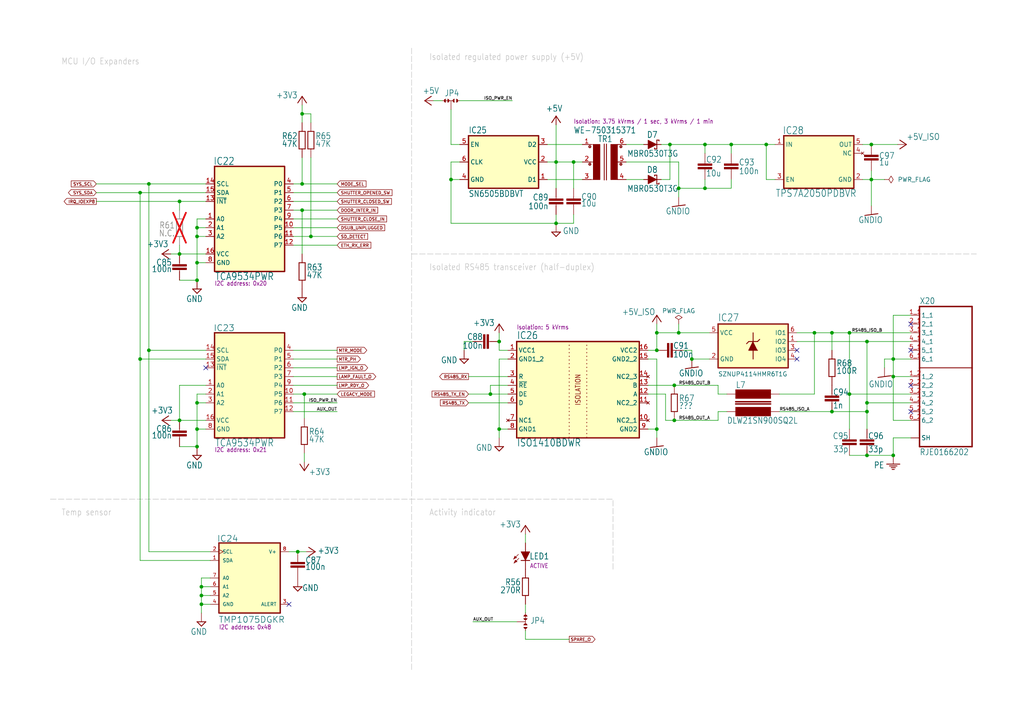
<source format=kicad_sch>
(kicad_sch (version 20230121) (generator eeschema)
  (paper "A4")
  (title_block (title "Envox Master MCU module") (date "2023-11-17") (rev "r2B6") (company "Envox International, Inc."))
  (lib_symbols
    (symbol "Library:C-EUC0402"
      (property "Reference" "C" (at 1.524 0.381 0))
      (symbol "C-EUC0402_1_0"
        (pin passive line (at 0 2.54 270) (length 2.54) (name "1") (number "1"))
        (pin passive line (at 0 -5.08 90) (length 2.54) (name "2") (number "2"))
      )
    )
    (symbol "Library:C-EUC0603"
      (property "Reference" "C" (at 1.524 0.381 0))
      (symbol "C-EUC0603_1_0"
        (pin passive line (at 0 2.54 270) (length 2.54) (name "1") (number "1"))
        (pin passive line (at 0 -5.08 90) (length 2.54) (name "2") (number "2"))
      )
    )
    (symbol "Library:C-EUC0805"
      (property "Reference" "C" (at 1.524 0.381 0))
      (symbol "C-EUC0805_1_0"
        (pin passive line (at 0 2.54 270) (length 2.54) (name "1") (number "1"))
        (pin passive line (at 0 -5.08 90) (length 2.54) (name "2") (number "2"))
      )
    )
    (symbol "Library:C-EUC1206"
      (property "Reference" "C" (at 1.524 0.381 0))
      (symbol "C-EUC1206_1_0"
        (pin passive line (at 0 2.54 270) (length 2.54) (name "1") (number "1"))
        (pin passive line (at 0 -5.08 90) (length 2.54) (name "2") (number "2"))
      )
    )
    (symbol "Library:DLW21SN900SQ2L"
      (property "Reference" "L" (at 2.54 1.6891 0))
      (symbol "DLW21SN900SQ2L_1_0"
        (pin passive line (at 0 0 0) (length 2.54) (name "1") (number "1"))
        (pin passive line (at 15.24 0 180) (length 2.54) (name "2") (number "2"))
        (pin passive line (at 15.24 -5.08 180) (length 2.54) (name "3") (number "3"))
        (pin passive line (at 0 -5.08 0) (length 2.54) (name "4") (number "4"))
      )
    )
    (symbol "Library:ISO1410BDWR"
      (property "Reference" "IC" (at -17.78 13.335 0))
      (symbol "ISO1410BDWR_1_0"
        (text "ISOLATION" (at 0 -1.27 900) (effects (font (size 1.4224 1.209))))
        (pin power_in line (at -20.32 10.16 0) (length 2.54) (name "VCC1") (number "1"))
        (pin no_connect line (at 20.32 -10.16 180) (length 2.54) (name "NC2_1") (number "10"))
        (pin no_connect line (at 20.32 -5.08 180) (length 2.54) (name "NC2_2") (number "11"))
        (pin bidirectional line (at 20.32 -2.54 180) (length 2.54) (name "A") (number "12"))
        (pin bidirectional line (at 20.32 0 180) (length 2.54) (name "B") (number "13"))
        (pin no_connect line (at 20.32 2.54 180) (length 2.54) (name "NC2_3") (number "14"))
        (pin passive line (at 20.32 7.62 180) (length 2.54) (name "GND2_2") (number "15"))
        (pin power_in line (at 20.32 10.16 180) (length 2.54) (name "VCC2") (number "16"))
        (pin passive line (at -20.32 7.62 0) (length 2.54) (name "GND1_2") (number "2"))
        (pin output line (at -20.32 2.54 0) (length 2.54) (name "R") (number "3"))
        (pin input line (at -20.32 0 0) (length 2.54) (name "~{RE}") (number "4"))
        (pin input line (at -20.32 -2.54 0) (length 2.54) (name "DE") (number "5"))
        (pin input line (at -20.32 -5.08 0) (length 2.54) (name "D") (number "6"))
        (pin no_connect line (at -20.32 -10.16 0) (length 2.54) (name "NC1") (number "7"))
        (pin passive line (at -20.32 -12.7 0) (length 2.54) (name "GND1") (number "8"))
        (pin passive line (at 20.32 -12.7 180) (length 2.54) (name "GND2") (number "9"))
      )
    )
    (symbol "Library:JP3-CUT-0805-ROTATED" (in_bom no)
      (property "Reference" "JP" (at -3.81 3.175 0))
      (symbol "JP3-CUT-0805-ROTATED_1_0"
        (pin passive line (at 2.54 0 180) (length 2.54) (name "COM") (number "COM"))
        (pin passive line (at 0 -2.54 180) (length 0) (name "NC") (number "NC"))
        (pin passive line (at 0 2.54 180) (length 0) (name "NO") (number "NO"))
      )
    )
    (symbol "Library:LED0805"
      (property "Reference" "LED" (at 3.556 -2.032 90))
      (symbol "LED0805_1_0"
        (pin passive line (at 0 5.08 270) (length 2.54) (name "A") (number "A"))
        (pin passive line (at 0 -2.54 90) (length 2.54) (name "C") (number "C"))
      )
    )
    (symbol "Library:MURATA_78615"
      (property "Reference" "TR" (at -5.715 5.715 0))
      (symbol "MURATA_78615_1_0"
        (pin passive line (at -7.62 5.08 0) (length 2.54) (name "1") (number "1"))
        (pin passive line (at -7.62 0 0) (length 2.54) (name "2") (number "2"))
        (pin passive line (at -7.62 -5.08 0) (length 2.54) (name "3") (number "3"))
        (pin passive line (at 5.08 -5.08 180) (length 2.54) (name "4") (number "4"))
        (pin passive line (at 5.08 0 180) (length 2.54) (name "5") (number "5"))
        (pin passive line (at 5.08 5.08 180) (length 2.54) (name "6") (number "6"))
      )
    )
    (symbol "Library:R-EU_R0805"
      (property "Reference" "R" (at -3.81 1.4986 0))
      (symbol "R-EU_R0805_1_0"
        (pin passive line (at -5.08 0 0) (length 2.54) (name "1") (number "1"))
        (pin passive line (at 5.08 0 180) (length 2.54) (name "2") (number "2"))
      )
    )
    (symbol "Library:RJE0166202"
      (property "Reference" "X" (at -7.62 18.415 0))
      (symbol "RJE0166202_1_0"
        (pin passive line (at -10.16 15.24 0) (length 2.54) (name "1_1") (number "1_1"))
        (pin passive line (at -10.16 -2.54 0) (length 2.54) (name "1_2") (number "1_2"))
        (pin passive line (at -10.16 12.7 0) (length 2.54) (name "2_1") (number "2_1"))
        (pin passive line (at -10.16 -5.08 0) (length 2.54) (name "2_2") (number "2_2"))
        (pin passive line (at -10.16 10.16 0) (length 2.54) (name "3_1") (number "3_1"))
        (pin passive line (at -10.16 -7.62 0) (length 2.54) (name "3_2") (number "3_2"))
        (pin passive line (at -10.16 7.62 0) (length 2.54) (name "4_1") (number "4_1"))
        (pin passive line (at -10.16 -10.16 0) (length 2.54) (name "4_2") (number "4_2"))
        (pin passive line (at -10.16 5.08 0) (length 2.54) (name "5_1") (number "5_1"))
        (pin passive line (at -10.16 -12.7 0) (length 2.54) (name "5_2") (number "5_2"))
        (pin passive line (at -10.16 2.54 0) (length 2.54) (name "6_1") (number "6_1"))
        (pin passive line (at -10.16 -15.24 0) (length 2.54) (name "6_2") (number "6_2"))
        (pin passive line (at -10.16 -20.32 0) (length 2.54) (name "SH") (number "SH1"))
        (pin passive line (at -10.16 -20.32 0) (length 2.54) (name "SH") (number "SH2"))
      )
    )
    (symbol "Library:SCHOTTKY"
      (property "Reference" "D" (at -2.286 1.905 0))
      (symbol "SCHOTTKY_1_0"
        (pin passive line (at -2.54 0 0) (length 2.54) (name "A") (number "A"))
        (pin passive line (at 2.54 0 180) (length 2.54) (name "C") (number "C"))
      )
    )
    (symbol "Library:SN6505BDBVT"
      (property "Reference" "IC" (at -10.16 8.255 0))
      (symbol "SN6505BDBVT_1_0"
        (pin open_collector line (at 12.7 -5.08 180) (length 2.54) (name "D1") (number "1"))
        (pin power_in line (at 12.7 0 180) (length 2.54) (name "VCC") (number "2"))
        (pin open_collector line (at 12.7 5.08 180) (length 2.54) (name "D2") (number "3"))
        (pin power_in line (at -12.7 -5.08 0) (length 2.54) (name "GND") (number "4"))
        (pin input line (at -12.7 5.08 0) (length 2.54) (name "EN") (number "5"))
        (pin input line (at -12.7 0 0) (length 2.54) (name "CLK") (number "6"))
      )
    )
    (symbol "Library:SZNUP4114HMR6T1G"
      (property "Reference" "IC" (at -5.207 5.7912 0))
      (symbol "SZNUP4114HMR6T1G_1_0"
        (pin bidirectional line (at -12.7 0 0) (length 2.54) (name "IO2") (number "1"))
        (pin passive line (at 12.7 -5.08 180) (length 2.54) (name "GND") (number "2"))
        (pin bidirectional line (at -12.7 -2.54 0) (length 2.54) (name "IO3") (number "3"))
        (pin bidirectional line (at -12.7 -5.08 0) (length 2.54) (name "IO4") (number "4"))
        (pin power_in line (at 12.7 2.54 180) (length 2.54) (name "VCC") (number "5"))
        (pin bidirectional line (at -12.7 2.54 0) (length 2.54) (name "IO1") (number "6"))
      )
    )
    (symbol "Library:TCA9534PWR"
      (property "Reference" "IC" (at -5.461 16.256 0))
      (symbol "TCA9534PWR_1_0"
        (pin input line (at -12.7 0 0) (length 2.54) (name "A0") (number "1"))
        (pin bidirectional line (at 12.7 -2.54 180) (length 2.54) (name "P5") (number "10"))
        (pin bidirectional line (at 12.7 -5.08 180) (length 2.54) (name "P6") (number "11"))
        (pin bidirectional line (at 12.7 -7.62 180) (length 2.54) (name "P7") (number "12"))
        (pin output line (at -12.7 5.08 0) (length 2.54) (name "~{INT}") (number "13"))
        (pin input line (at -12.7 10.16 0) (length 2.54) (name "SCL") (number "14"))
        (pin bidirectional line (at -12.7 7.62 0) (length 2.54) (name "SDA") (number "15"))
        (pin passive line (at -12.7 -10.16 0) (length 2.54) (name "VCC") (number "16"))
        (pin input line (at -12.7 -2.54 0) (length 2.54) (name "A1") (number "2"))
        (pin input line (at -12.7 -5.08 0) (length 2.54) (name "A2") (number "3"))
        (pin bidirectional line (at 12.7 10.16 180) (length 2.54) (name "P0") (number "4"))
        (pin bidirectional line (at 12.7 7.62 180) (length 2.54) (name "P1") (number "5"))
        (pin bidirectional line (at 12.7 5.08 180) (length 2.54) (name "P2") (number "6"))
        (pin bidirectional line (at 12.7 2.54 180) (length 2.54) (name "P3") (number "7"))
        (pin passive line (at -12.7 -12.7 0) (length 2.54) (name "GND") (number "8"))
        (pin bidirectional line (at 12.7 0 180) (length 2.54) (name "P4") (number "9"))
      )
    )
    (symbol "Library:TMP1075DGKR" (pin_names (offset 1.016))
      (property "Reference" "IC" (at -12.7 13.335 0))
      (property "Value" "TMP1075DGKR" (at -12.7 -8.255 0))
      (symbol "TMP1075DGKR_1_0"
        (pin bidirectional line (at -15.24 7.62 0) (length 2.54) (name "SDA") (number "1"))
        (pin input clock (at -15.24 10.16 0) (length 2.54) (name "SCL") (number "2"))
        (pin output line (at 7.62 -5.08 180) (length 2.54) (name "ALERT") (number "3"))
        (pin power_in line (at -15.24 -5.08 0) (length 2.54) (name "GND") (number "4"))
        (pin input line (at -15.24 -2.54 0) (length 2.54) (name "A2") (number "5"))
        (pin input line (at -15.24 0 0) (length 2.54) (name "A1") (number "6"))
        (pin input line (at -15.24 2.54 0) (length 2.54) (name "A0") (number "7"))
        (pin power_in line (at 7.62 10.16 180) (length 2.54) (name "V+") (number "8"))
      )
    )
    (symbol "Library:TPS7A20XXPDBVR"
      (property "Reference" "IC" (at -5.461 8.636 0))
      (symbol "TPS7A20XXPDBVR_1_0"
        (pin input line (at -12.7 5.08 0) (length 2.54) (name "IN") (number "1"))
        (pin passive line (at 12.7 -5.08 180) (length 2.54) (name "GND") (number "2"))
        (pin input line (at -12.7 -5.08 0) (length 2.54) (name "EN") (number "3"))
        (pin no_connect line (at 12.7 2.54 180) (length 2.54) (name "NC") (number "4"))
        (pin passive line (at 12.7 5.08 180) (length 2.54) (name "OUT") (number "5"))
      )
    )
    (symbol "Library:Envox_C-EUC0402"
      (property "Reference" "C" (at 1.524 0.381 0))
      (symbol "Envox_C-EUC0402_1_0"
        (pin passive line (at 0 2.54 270) (length 2.54) (name "1") (number "1"))
        (pin passive line (at 0 -5.08 90) (length 2.54) (name "2") (number "2"))
      )
    )
    (symbol "Library:Envox_R-EU_R0402"
      (property "Reference" "R" (at -3.81 1.4986 0))
      (symbol "Envox_R-EU_R0402_1_0"
        (pin passive line (at -5.08 0 0) (length 2.54) (name "1") (number "1"))
        (pin passive line (at 5.08 0 180) (length 2.54) (name "2") (number "2"))
      )
    )
    (symbol "TCA9534PWR_1"
      (property "Reference" "IC" (at -5.461 16.256 0))
      (symbol "TCA9534PWR_1_1_0"
        (pin input line (at -12.7 0 0) (length 2.54) (name "A0") (number "1"))
        (pin bidirectional line (at 12.7 -2.54 180) (length 2.54) (name "P5") (number "10"))
        (pin bidirectional line (at 12.7 -5.08 180) (length 2.54) (name "P6") (number "11"))
        (pin bidirectional line (at 12.7 -7.62 180) (length 2.54) (name "P7") (number "12"))
        (pin output line (at -12.7 5.08 0) (length 2.54) (name "~{INT}") (number "13"))
        (pin input line (at -12.7 10.16 0) (length 2.54) (name "SCL") (number "14"))
        (pin bidirectional line (at -12.7 7.62 0) (length 2.54) (name "SDA") (number "15"))
        (pin passive line (at -12.7 -10.16 0) (length 2.54) (name "VCC") (number "16"))
        (pin input line (at -12.7 -2.54 0) (length 2.54) (name "A1") (number "2"))
        (pin input line (at -12.7 -5.08 0) (length 2.54) (name "A2") (number "3"))
        (pin bidirectional line (at 12.7 10.16 180) (length 2.54) (name "P0") (number "4"))
        (pin bidirectional line (at 12.7 7.62 180) (length 2.54) (name "P1") (number "5"))
        (pin bidirectional line (at 12.7 5.08 180) (length 2.54) (name "P2") (number "6"))
        (pin bidirectional line (at 12.7 2.54 180) (length 2.54) (name "P3") (number "7"))
        (pin passive line (at -12.7 -12.7 0) (length 2.54) (name "GND") (number "8"))
        (pin bidirectional line (at 12.7 0 180) (length 2.54) (name "P4") (number "9"))
      )
    )
    (symbol "Envox H745 Master MCU r2B6-eagle-import:+3V3" (power)
      (property "Value" "+3V3" (at -2.54 -5.08 90))
      (symbol "+3V3_1_0"
        (pin power_in line (at 0 -2.54 90) (length 2.54) (name "+3V3") (number "1"))
      )
    )
    (symbol "Envox H745 Master MCU r2B6-eagle-import:+5V" (power)
      (property "Value" "+5V" (at -2.54 -5.08 90))
      (symbol "+5V_1_0"
        (pin power_in line (at 0 -2.54 90) (length 2.54) (name "+5V") (number "1"))
      )
    )
    (symbol "Envox H745 Master MCU r2B6-eagle-import:+5V_ISO" (power)
      (property "Value" "+5V_ISO" (at -2.54 0 90))
      (symbol "+5V_ISO_1_0"
        (pin power_in line (at 0 0 90) (length 2.54) (name "+5V_ISO") (number "1"))
      )
    )
    (symbol "Envox H745 Master MCU r2B6-eagle-import:GND" (power)
      (property "Value" "GND" (at -1.905 -3.175 0))
      (symbol "GND_1_0"
        (pin power_in line (at 0 2.54 270) (length 2.54) (name "GND") (number "1"))
      )
    )
    (symbol "Envox H745 Master MCU r2B6-eagle-import:GNDIO" (power)
      (property "Value" "GNDIO" (at -2.54 -2.54 0))
      (symbol "GNDIO_1_0"
        (pin power_in line (at 0 2.54 270) (length 2.54) (name "GNDIO") (number "1"))
      )
    )
    (symbol "Envox H745 Master MCU r2B6-eagle-import:PE" (power)
      (property "Value" "PE" (at -2.54 -2.54 90))
      (symbol "PE_1_0"
        (pin power_in line (at 0 2.54 270) (length 2.54) (name "PE") (number "1"))
      )
    )
    (symbol "power:PWR_FLAG" (power) (pin_numbers hide) (pin_names (offset 0) hide)
      (property "Value" "PWR_FLAG" (at 0 3.81 0))
      (symbol "PWR_FLAG_0_0"
        (pin power_out line (at 0 0 90) (length 0) (name "pwr") (number "1"))
      )
    )
  )
  (junction (at 90.17 68.58))
  (junction (at 212.09 41.91))
  (junction (at 222.25 41.91))
  (junction (at 161.29 46.99))
  (junction (at 43.18 53.34))
  (junction (at 251.46 132.08))
  (junction (at 251.46 99.06))
  (junction (at 259.08 104.14))
  (junction (at 195.58 121.92))
  (junction (at 196.85 96.52))
  (junction (at 190.5 96.52))
  (junction (at 57.15 76.2))
  (junction (at 204.47 41.91))
  (junction (at 40.64 104.14))
  (junction (at 144.78 99.06))
  (junction (at 40.64 55.88))
  (junction (at 194.31 41.91))
  (junction (at 251.46 119.38))
  (junction (at 144.78 124.46))
  (junction (at 57.15 116.84))
  (junction (at 246.38 96.52))
  (junction (at 200.66 104.14))
  (junction (at 58.42 175.26))
  (junction (at 236.22 96.52))
  (junction (at 190.5 124.46))
  (junction (at 166.37 46.99))
  (junction (at 52.07 58.42))
  (junction (at 204.47 54.61))
  (junction (at 252.73 41.91))
  (junction (at 58.42 170.18))
  (junction (at 259.08 132.08))
  (junction (at 130.81 52.07))
  (junction (at 88.265 114.3))
  (junction (at 58.42 172.72))
  (junction (at 241.3 96.52))
  (junction (at 43.18 101.6))
  (junction (at 87.63 33.02))
  (junction (at 52.07 121.92))
  (junction (at 246.38 114.3))
  (junction (at 87.63 60.96))
  (junction (at 251.46 116.84))
  (junction (at 142.24 114.3))
  (junction (at 87.63 53.34))
  (junction (at 196.85 54.61))
  (junction (at 86.36 160.02))
  (junction (at 190.5 101.6))
  (junction (at 57.15 81.28))
  (junction (at 57.15 129.54))
  (junction (at 57.15 68.58))
  (junction (at 57.15 66.04))
  (junction (at 52.07 73.66))
  (junction (at 252.73 52.07))
  (junction (at 259.08 109.22))
  (junction (at 57.15 124.46))
  (junction (at 241.3 119.38))
  (junction (at 161.29 64.77))
  (junction (at 195.58 111.76))
  (no_connect (at 231.14 101.6))
  (no_connect (at 264.16 111.76))
  (no_connect (at 264.16 101.6))
  (no_connect (at 264.16 119.38))
  (no_connect (at 59.69 106.68))
  (no_connect (at 231.14 104.14))
  (no_connect (at 83.82 175.26))
  (no_connect (at 264.16 93.98))
  (wire (pts (xy 59.69 121.92) (xy 52.07 121.92)) (stroke (width 0.1524)))
  (wire (pts (xy 52.07 73.66) (xy 49.53 73.66)) (stroke (width 0.1524)))
  (wire (pts (xy 144.78 124.46) (xy 144.78 127)) (stroke (width 0.1524)))
  (wire (pts (xy 259.08 91.44) (xy 259.08 104.14)))
  (wire (pts (xy 196.85 93.98) (xy 196.85 96.52)))
  (wire (pts (xy 147.32 101.6) (xy 144.78 101.6)) (stroke (width 0.1524)))
  (wire (pts (xy 27.94 55.88) (xy 40.64 55.88)) (stroke (width 0.1524)))
  (wire (pts (xy 251.46 116.84) (xy 264.16 116.84)) (stroke (width 0.1524)))
  (wire (pts (xy 87.63 73.66) (xy 87.63 60.96)) (stroke (width 0.1524)))
  (wire (pts (xy 241.3 96.52) (xy 246.38 96.52)) (stroke (width 0.1524)))
  (wire (pts (xy 251.46 119.38) (xy 251.46 116.84)) (stroke (width 0.1524)))
  (wire (pts (xy 194.31 52.07) (xy 194.31 41.91)) (stroke (width 0.1524)))
  (wire (pts (xy 252.73 41.91) (xy 260.35 41.91)) (stroke (width 0.1524)))
  (wire (pts (xy 85.09 119.38) (xy 97.79 119.38)))
  (wire (pts (xy 83.82 160.02) (xy 86.36 160.02)))
  (polyline (pts (xy 119.38 73.66) (xy 283.21 73.66)) (stroke (width 0.1524) (type dash) (color 194 194 194 1)))
  (wire (pts (xy 85.09 58.42) (xy 97.79 58.42)) (stroke (width 0.1524)))
  (wire (pts (xy 196.85 54.61) (xy 204.47 54.61)) (stroke (width 0.1524)))
  (wire (pts (xy 204.47 41.91) (xy 212.09 41.91)) (stroke (width 0.1524)))
  (wire (pts (xy 87.63 53.34) (xy 97.79 53.34)) (stroke (width 0.1524)))
  (wire (pts (xy 161.29 46.99) (xy 161.29 54.61)) (stroke (width 0.1524)))
  (wire (pts (xy 187.96 101.6) (xy 190.5 101.6)) (stroke (width 0.1524)))
  (wire (pts (xy 85.09 106.68) (xy 97.79 106.68)) (stroke (width 0.1524)))
  (wire (pts (xy 144.78 99.06) (xy 144.78 96.52)) (stroke (width 0.1524)))
  (wire (pts (xy 152.4 182.88) (xy 152.4 185.42)))
  (wire (pts (xy 60.96 172.72) (xy 58.42 172.72)) (stroke (width 0.1524)))
  (wire (pts (xy 142.24 114.3) (xy 147.32 114.3)) (stroke (width 0.1524)))
  (wire (pts (xy 264.16 91.44) (xy 259.08 91.44)))
  (wire (pts (xy 212.09 52.07) (xy 212.09 54.61)) (stroke (width 0.1524)))
  (wire (pts (xy 57.15 76.2) (xy 57.15 81.28)) (stroke (width 0.1524)))
  (wire (pts (xy 60.96 162.56) (xy 40.64 162.56)))
  (wire (pts (xy 259.08 109.22) (xy 259.08 121.92)) (stroke (width 0.1524)))
  (wire (pts (xy 190.5 101.6) (xy 190.5 96.52)) (stroke (width 0.1524)))
  (wire (pts (xy 166.37 46.99) (xy 166.37 54.61)) (stroke (width 0.1524)))
  (wire (pts (xy 147.32 111.76) (xy 142.24 111.76)) (stroke (width 0.1524)))
  (wire (pts (xy 224.79 52.07) (xy 222.25 52.07)) (stroke (width 0.1524)))
  (wire (pts (xy 57.15 116.84) (xy 57.15 114.3)) (stroke (width 0.1524)))
  (wire (pts (xy 161.29 64.77) (xy 161.29 62.23)) (stroke (width 0.1524)))
  (wire (pts (xy 195.58 111.76) (xy 208.28 111.76)) (stroke (width 0.1524)))
  (wire (pts (xy 58.42 170.18) (xy 58.42 167.64)) (stroke (width 0.1524)))
  (wire (pts (xy 133.35 46.99) (xy 130.81 46.99)) (stroke (width 0.1524)))
  (wire (pts (xy 90.17 68.58) (xy 97.79 68.58)) (stroke (width 0.1524)))
  (wire (pts (xy 205.74 104.14) (xy 200.66 104.14)) (stroke (width 0.1524)))
  (wire (pts (xy 252.73 49.53) (xy 252.73 52.07)) (stroke (width 0.1524)))
  (wire (pts (xy 198.12 101.6) (xy 200.66 101.6)) (stroke (width 0.1524)))
  (wire (pts (xy 236.22 96.52) (xy 236.22 114.3)) (stroke (width 0.1524)))
  (wire (pts (xy 152.4 175.26) (xy 152.4 177.8)))
  (wire (pts (xy 259.08 127) (xy 259.08 132.08)) (stroke (width 0.1524)))
  (wire (pts (xy 59.69 76.2) (xy 57.15 76.2)) (stroke (width 0.1524)))
  (wire (pts (xy 200.66 101.6) (xy 200.66 104.14)) (stroke (width 0.1524)))
  (polyline (pts (xy 73.025 144.78) (xy 177.8 144.78)) (stroke (width 0.1524) (type dash) (color 194 194 194 1)))
  (wire (pts (xy 40.64 162.56) (xy 40.64 104.14)))
  (wire (pts (xy 88.265 114.3) (xy 97.79 114.3)) (stroke (width 0.1524)))
  (wire (pts (xy 130.81 64.77) (xy 130.81 52.07)) (stroke (width 0.1524)))
  (wire (pts (xy 226.06 119.38) (xy 241.3 119.38)) (stroke (width 0.1524)))
  (wire (pts (xy 251.46 99.06) (xy 231.14 99.06)) (stroke (width 0.1524)))
  (wire (pts (xy 57.15 129.54) (xy 52.07 129.54)) (stroke (width 0.1524)))
  (wire (pts (xy 57.15 66.04) (xy 57.15 63.5)) (stroke (width 0.1524)))
  (wire (pts (xy 59.69 68.58) (xy 57.15 68.58)) (stroke (width 0.1524)))
  (wire (pts (xy 152.4 185.42) (xy 154.94 185.42)))
  (wire (pts (xy 250.19 52.07) (xy 252.73 52.07)) (stroke (width 0.1524)))
  (wire (pts (xy 204.47 52.07) (xy 204.47 54.61)) (stroke (width 0.1524)))
  (wire (pts (xy 250.19 41.91) (xy 252.73 41.91)) (stroke (width 0.1524)))
  (wire (pts (xy 59.69 114.3) (xy 57.15 114.3)) (stroke (width 0.1524)))
  (wire (pts (xy 59.69 53.34) (xy 43.18 53.34)) (stroke (width 0.1524)))
  (wire (pts (xy 196.85 96.52) (xy 190.5 96.52)) (stroke (width 0.1524)))
  (wire (pts (xy 133.35 52.07) (xy 130.81 52.07)) (stroke (width 0.1524)))
  (wire (pts (xy 135.89 116.84) (xy 147.32 116.84)) (stroke (width 0.1524)))
  (wire (pts (xy 86.36 160.02) (xy 88.9 160.02)) (stroke (width 0.1524)))
  (wire (pts (xy 52.07 58.42) (xy 27.94 58.42)) (stroke (width 0.1524)))
  (polyline (pts (xy 177.8 165.1) (xy 177.8 144.78)) (stroke (width 0.1524) (type dash) (color 194 194 194 1)))
  (wire (pts (xy 137.16 180.34) (xy 149.86 180.34)))
  (wire (pts (xy 130.81 46.99) (xy 130.81 52.07)) (stroke (width 0.1524)))
  (wire (pts (xy 212.09 41.91) (xy 222.25 41.91)) (stroke (width 0.1524)))
  (wire (pts (xy 191.77 41.91) (xy 194.31 41.91)) (stroke (width 0.1524)))
  (wire (pts (xy 252.73 52.07) (xy 256.54 52.07)))
  (wire (pts (xy 52.07 111.76) (xy 52.07 121.92)) (stroke (width 0.1524)))
  (wire (pts (xy 181.61 52.07) (xy 186.69 52.07)) (stroke (width 0.1524)))
  (wire (pts (xy 85.09 60.96) (xy 87.63 60.96)) (stroke (width 0.1524)))
  (wire (pts (xy 241.3 101.6) (xy 241.3 96.52)) (stroke (width 0.1524)))
  (wire (pts (xy 130.81 31.75) (xy 130.81 41.91)))
  (wire (pts (xy 57.15 124.46) (xy 57.15 116.84)) (stroke (width 0.1524)))
  (wire (pts (xy 40.64 55.88) (xy 40.64 104.14)) (stroke (width 0.1524)))
  (wire (pts (xy 85.09 111.76) (xy 97.79 111.76)) (stroke (width 0.1524)))
  (wire (pts (xy 135.89 109.22) (xy 147.32 109.22)) (stroke (width 0.1524)))
  (wire (pts (xy 161.29 46.99) (xy 161.29 36.195)) (stroke (width 0.1524)))
  (wire (pts (xy 130.81 41.91) (xy 133.35 41.91)) (stroke (width 0.1524)))
  (wire (pts (xy 57.15 81.28) (xy 52.07 81.28)) (stroke (width 0.1524)))
  (wire (pts (xy 222.25 52.07) (xy 222.25 41.91)) (stroke (width 0.1524)))
  (wire (pts (xy 90.17 45.72) (xy 90.17 68.58)) (stroke (width 0.1524)))
  (wire (pts (xy 59.69 58.42) (xy 52.07 58.42)) (stroke (width 0.1524)))
  (wire (pts (xy 87.63 30.48) (xy 87.63 33.02)) (stroke (width 0.1524)))
  (wire (pts (xy 181.61 41.91) (xy 186.69 41.91)) (stroke (width 0.1524)))
  (wire (pts (xy 166.37 64.77) (xy 161.29 64.77)) (stroke (width 0.1524)))
  (wire (pts (xy 166.37 62.23) (xy 166.37 64.77)) (stroke (width 0.1524)))
  (wire (pts (xy 259.08 109.22) (xy 264.16 109.22)))
  (wire (pts (xy 58.42 172.72) (xy 58.42 170.18)) (stroke (width 0.1524)))
  (wire (pts (xy 196.85 57.15) (xy 196.85 54.61)) (stroke (width 0.1524)))
  (wire (pts (xy 204.47 44.45) (xy 204.47 41.91)) (stroke (width 0.1524)))
  (wire (pts (xy 208.28 119.38) (xy 210.82 119.38)) (stroke (width 0.1524)))
  (wire (pts (xy 152.4 154.94) (xy 152.4 157.48)))
  (wire (pts (xy 58.42 167.64) (xy 60.96 167.64)) (stroke (width 0.1524)))
  (wire (pts (xy 193.04 121.92) (xy 195.58 121.92)) (stroke (width 0.1524)))
  (wire (pts (xy 59.69 73.66) (xy 52.07 73.66)) (stroke (width 0.1524)))
  (wire (pts (xy 59.69 116.84) (xy 57.15 116.84)) (stroke (width 0.1524)))
  (wire (pts (xy 85.09 71.12) (xy 97.79 71.12)) (stroke (width 0.1524)))
  (wire (pts (xy 246.38 114.3) (xy 264.16 114.3)) (stroke (width 0.1524)))
  (wire (pts (xy 85.09 63.5) (xy 97.79 63.5)) (stroke (width 0.1524)))
  (wire (pts (xy 85.09 109.22) (xy 97.79 109.22)) (stroke (width 0.1524)))
  (wire (pts (xy 259.08 104.14) (xy 256.54 104.14)) (stroke (width 0.1524)))
  (wire (pts (xy 264.16 127) (xy 259.08 127)) (stroke (width 0.1524)))
  (polyline (pts (xy 119.38 13.97) (xy 119.38 73.66)) (stroke (width 0.1524) (type dash) (color 194 194 194 1)))
  (wire (pts (xy 58.42 175.26) (xy 60.96 175.26)))
  (wire (pts (xy 222.25 41.91) (xy 224.79 41.91)) (stroke (width 0.1524)))
  (wire (pts (xy 181.61 46.99) (xy 196.85 46.99)) (stroke (width 0.1524)))
  (wire (pts (xy 87.63 114.3) (xy 88.265 114.3)) (stroke (width 0.1524)))
  (wire (pts (xy 251.46 124.46) (xy 251.46 119.38)) (stroke (width 0.1524)))
  (wire (pts (xy 241.3 119.38) (xy 251.46 119.38)) (stroke (width 0.1524)))
  (wire (pts (xy 196.85 46.99) (xy 196.85 54.61)) (stroke (width 0.1524)))
  (wire (pts (xy 59.69 101.6) (xy 43.18 101.6)) (stroke (width 0.1524)))
  (polyline (pts (xy 119.38 73.66) (xy 119.38 194.31)) (stroke (width 0.1524) (type dash) (color 194 194 194 1)))
  (wire (pts (xy 52.07 60.96) (xy 52.07 58.42)) (stroke (width 0.1524)))
  (wire (pts (xy 137.16 99.06) (xy 134.62 99.06)) (stroke (width 0.1524)))
  (wire (pts (xy 52.07 121.92) (xy 49.53 121.92)) (stroke (width 0.1524)))
  (wire (pts (xy 187.96 104.14) (xy 190.5 104.14)) (stroke (width 0.1524)))
  (wire (pts (xy 190.5 124.46) (xy 190.5 127)) (stroke (width 0.1524)))
  (wire (pts (xy 59.69 55.88) (xy 40.64 55.88)) (stroke (width 0.1524)))
  (wire (pts (xy 58.42 177.8) (xy 58.42 175.26)) (stroke (width 0.1524)))
  (wire (pts (xy 208.28 111.76) (xy 208.28 114.3)) (stroke (width 0.1524)))
  (wire (pts (xy 87.63 45.72) (xy 87.63 53.34)) (stroke (width 0.1524)))
  (wire (pts (xy 204.47 54.61) (xy 212.09 54.61)) (stroke (width 0.1524)))
  (wire (pts (xy 226.06 114.3) (xy 236.22 114.3)) (stroke (width 0.1524)))
  (wire (pts (xy 59.69 111.76) (xy 52.07 111.76)) (stroke (width 0.1524)))
  (wire (pts (xy 166.37 46.99) (xy 168.91 46.99)) (stroke (width 0.1524)))
  (wire (pts (xy 57.15 68.58) (xy 57.15 66.04)) (stroke (width 0.1524)))
  (wire (pts (xy 187.96 114.3) (xy 193.04 114.3)) (stroke (width 0.1524)))
  (wire (pts (xy 212.09 44.45) (xy 212.09 41.91)) (stroke (width 0.1524)))
  (wire (pts (xy 158.75 46.99) (xy 161.29 46.99)) (stroke (width 0.1524)))
  (wire (pts (xy 251.46 116.84) (xy 251.46 99.06)) (stroke (width 0.1524)))
  (wire (pts (xy 144.78 104.14) (xy 144.78 124.46)) (stroke (width 0.1524)))
  (wire (pts (xy 251.46 132.08) (xy 246.38 132.08)) (stroke (width 0.1524)))
  (wire (pts (xy 161.29 64.77) (xy 130.81 64.77)) (stroke (width 0.1524)))
  (wire (pts (xy 87.63 33.02) (xy 90.17 33.02)) (stroke (width 0.1524)))
  (wire (pts (xy 154.94 185.42) (xy 165.1 185.42)) (stroke (width 0.1524)))
  (wire (pts (xy 135.89 114.3) (xy 142.24 114.3)) (stroke (width 0.1524)))
  (wire (pts (xy 147.32 124.46) (xy 144.78 124.46)) (stroke (width 0.1524)))
  (wire (pts (xy 90.17 33.02) (xy 90.17 35.56)) (stroke (width 0.1524)))
  (wire (pts (xy 147.32 104.14) (xy 144.78 104.14)) (stroke (width 0.1524)))
  (wire (pts (xy 52.07 71.12) (xy 52.07 73.66)) (stroke (width 0.1524)))
  (wire (pts (xy 125.73 29.21) (xy 128.27 29.21)))
  (wire (pts (xy 59.69 104.14) (xy 40.64 104.14)) (stroke (width 0.1524)))
  (wire (pts (xy 57.15 63.5) (xy 59.69 63.5)) (stroke (width 0.1524)))
  (wire (pts (xy 60.96 170.18) (xy 58.42 170.18)) (stroke (width 0.1524)))
  (wire (pts (xy 87.63 33.02) (xy 87.63 35.56)) (stroke (width 0.1524)))
  (wire (pts (xy 246.38 124.46) (xy 246.38 114.3)) (stroke (width 0.1524)))
  (wire (pts (xy 193.04 114.3) (xy 193.04 121.92)) (stroke (width 0.1524)))
  (wire (pts (xy 144.78 101.6) (xy 144.78 99.06)) (stroke (width 0.1524)))
  (wire (pts (xy 43.18 160.02) (xy 43.18 101.6)))
  (wire (pts (xy 85.09 114.3) (xy 87.63 114.3)))
  (wire (pts (xy 60.96 160.02) (xy 43.18 160.02)))
  (wire (pts (xy 57.15 76.2) (xy 57.15 68.58)) (stroke (width 0.1524)))
  (wire (pts (xy 59.69 124.46) (xy 57.15 124.46)) (stroke (width 0.1524)))
  (wire (pts (xy 195.58 121.92) (xy 208.28 121.92)) (stroke (width 0.1524)))
  (wire (pts (xy 256.54 104.14) (xy 256.54 106.68)) (stroke (width 0.1524)))
  (wire (pts (xy 194.31 41.91) (xy 204.47 41.91)) (stroke (width 0.1524)))
  (wire (pts (xy 85.09 101.6) (xy 97.79 101.6)) (stroke (width 0.1524)))
  (wire (pts (xy 58.42 175.26) (xy 58.42 172.72)) (stroke (width 0.1524)))
  (wire (pts (xy 87.63 60.96) (xy 97.79 60.96)) (stroke (width 0.1524)))
  (wire (pts (xy 88.265 131.445) (xy 88.265 133.985)) (stroke (width 0.1524)))
  (wire (pts (xy 208.28 121.92) (xy 208.28 119.38)) (stroke (width 0.1524)))
  (wire (pts (xy 259.08 104.14) (xy 259.08 109.22)) (stroke (width 0.1524)))
  (wire (pts (xy 208.28 114.3) (xy 210.82 114.3)) (stroke (width 0.1524)))
  (wire (pts (xy 57.15 124.46) (xy 57.15 129.54)) (stroke (width 0.1524)))
  (wire (pts (xy 246.38 96.52) (xy 264.16 96.52)) (stroke (width 0.1524)))
  (wire (pts (xy 191.77 52.07) (xy 194.31 52.07)) (stroke (width 0.1524)))
  (wire (pts (xy 43.18 53.34) (xy 43.18 101.6)) (stroke (width 0.1524)))
  (wire (pts (xy 27.94 53.34) (xy 43.18 53.34)) (stroke (width 0.1524)))
  (wire (pts (xy 259.08 132.08) (xy 251.46 132.08)) (stroke (width 0.1524)))
  (wire (pts (xy 187.96 111.76) (xy 195.58 111.76)) (stroke (width 0.1524)))
  (wire (pts (xy 241.3 96.52) (xy 236.22 96.52)) (stroke (width 0.1524)))
  (wire (pts (xy 59.69 66.04) (xy 57.15 66.04)) (stroke (width 0.1524)))
  (wire (pts (xy 85.09 55.88) (xy 97.79 55.88)) (stroke (width 0.1524)))
  (wire (pts (xy 85.09 104.14) (xy 97.79 104.14)) (stroke (width 0.1524)))
  (wire (pts (xy 85.09 116.84) (xy 97.79 116.84)))
  (polyline (pts (xy 14.605 144.78) (xy 73.025 144.78)) (stroke (width 0.1524) (type dash) (color 194 194 194 1)))
  (wire (pts (xy 246.38 96.52) (xy 246.38 114.3)) (stroke (width 0.1524)))
  (wire (pts (xy 259.08 121.92) (xy 264.16 121.92)) (stroke (width 0.1524)))
  (wire (pts (xy 133.35 29.21) (xy 148.59 29.21)))
  (wire (pts (xy 190.5 96.52) (xy 190.5 93.98)) (stroke (width 0.1524)))
  (wire (pts (xy 134.62 99.06) (xy 134.62 101.6)) (stroke (width 0.1524)))
  (wire (pts (xy 158.75 52.07) (xy 168.91 52.07)) (stroke (width 0.1524)))
  (wire (pts (xy 190.5 104.14) (xy 190.5 124.46)) (stroke (width 0.1524)))
  (wire (pts (xy 85.09 68.58) (xy 90.17 68.58)) (stroke (width 0.1524)))
  (wire (pts (xy 205.74 96.52) (xy 196.85 96.52)) (stroke (width 0.1524)))
  (wire (pts (xy 264.16 104.14) (xy 259.08 104.14)) (stroke (width 0.1524)))
  (wire (pts (xy 252.73 52.07) (xy 252.73 59.69)) (stroke (width 0.1524)))
  (wire (pts (xy 161.29 46.99) (xy 166.37 46.99)) (stroke (width 0.1524)))
  (wire (pts (xy 264.16 99.06) (xy 251.46 99.06)) (stroke (width 0.1524)))
  (wire (pts (xy 158.75 41.91) (xy 168.91 41.91)) (stroke (width 0.1524)))
  (wire (pts (xy 187.96 124.46) (xy 190.5 124.46)) (stroke (width 0.1524)))
  (wire (pts (xy 88.265 114.3) (xy 88.265 121.285)))
  (wire (pts (xy 85.09 53.34) (xy 87.63 53.34)) (stroke (width 0.1524)))
  (wire (pts (xy 85.09 66.04) (xy 97.79 66.04)) (stroke (width 0.1524)))
  (wire (pts (xy 142.24 111.76) (xy 142.24 114.3)) (stroke (width 0.1524)))
  (wire (pts (xy 231.14 96.52) (xy 236.22 96.52)) (stroke (width 0.1524)))
  (text "I2C address: 0x20" (at 62.23 83.185 0) (effects (font (size 1.27 1.0795)) (justify left bottom)))
  (text "Isolation: 3.75 kVrms / 1 sec, 3 kVrms / 1 min" (at 166.37 36.195 0) (effects (font (size 1.27 1.0795)) (justify left bottom)))
  (text "Isolated regulated power supply (+5V)" (at 124.46 17.78 0) (effects (font (size 1.778 1.5113)) (justify left bottom)))
  (text "ACTIVE" (at 153.67 165.1 0) (effects (font (size 1.27 1.0795)) (justify left bottom)))
  (text "I2C address: 0x48" (at 63.5 182.88 0) (effects (font (size 1.27 1.0795)) (justify left bottom)))
  (text "Isolation: 5 kVrms" (at 149.86 95.885 0) (effects (font (size 1.27 1.0795)) (justify left bottom)))
  (text "I2C address: 0x21" (at 62.23 131.445 0) (effects (font (size 1.27 1.0795)) (justify left bottom)))
  (text "Temp sensor" (at 17.78 149.86 0) (effects (font (size 1.778 1.5113)) (justify left bottom)))
  (text "Isolated RS485 transceiver (half-duplex)" (at 124.46 78.74 0) (effects (font (size 1.778 1.5113)) (justify left bottom)))
  (text "Activity indicator" (at 124.46 149.86 0) (effects (font (size 1.778 1.5113)) (justify left bottom)))
  (text "MCU I/O Expanders" (at 17.78 19.05 0) (effects (font (size 1.778 1.5113)) (justify left bottom)))
  (label "ISO_PWR_EN" (at 140.335 29.21 0) (effects (font (size 0.889 0.889))))
  (label "ISO_PWR_EN" (at 97.79 116.84 180) (effects (font (size 0.889 0.889))))
  (label "AUX_OUT" (at 137.16 180.34 0) (effects (font (size 0.889 0.889))))
  (label "RS485_ISO_A" (at 226.06 119.38 0) (effects (font (size 0.889 0.889))))
  (label "RS485_OUT_A" (at 196.85 121.92 0) (effects (font (size 0.889 0.889))))
  (label "AUX_OUT" (at 97.79 119.38 180) (effects (font (size 0.889 0.889))))
  (label "RS485_OUT_B" (at 196.85 111.76 0) (effects (font (size 0.889 0.889))))
  (label "RS485_ISO_B" (at 247.015 96.52 0) (effects (font (size 0.889 0.889))))
  (global_label "LAMP_FAULT_O" (shape output) (at 97.79 109.22 0) (effects (font (size 0.889 0.889))) (property "Intersheetrefs" "${INTERSHEET_REFS}" (effects hide)))
  (global_label "RS485_TX_EN" (shape input) (at 135.89 114.3 180) (effects (font (size 0.889 0.889))) (property "Intersheetrefs" "${INTERSHEET_REFS}" (effects hide)))
  (global_label "SHUTTER_OPENED_SW" (shape input) (at 97.79 55.88 0) (effects (font (size 0.889 0.889))) (property "Intersheetrefs" "${INTERSHEET_REFS}" (effects hide)))
  (global_label "IRQ_IOEXP8" (shape output) (at 27.94 58.42 180) (effects (font (size 0.889 0.889))) (property "Intersheetrefs" "${INTERSHEET_REFS}" (effects hide)))
  (global_label "SPARE_O" (shape output) (at 165.1 185.42 0) (effects (font (size 0.889 0.889))) (property "Intersheetrefs" "${INTERSHEET_REFS}" (effects hide)))
  (global_label "SYS_SCL" (shape input) (at 27.94 53.34 180) (effects (font (size 0.889 0.889))) (property "Intersheetrefs" "${INTERSHEET_REFS}" (effects hide)))
  (global_label "DOOR_INTER_IN" (shape input) (at 97.79 60.96 0) (effects (font (size 0.889 0.889))) (property "Intersheetrefs" "${INTERSHEET_REFS}" (effects hide)))
  (global_label "RS485_RX" (shape output) (at 135.89 109.22 180) (effects (font (size 0.889 0.889))) (property "Intersheetrefs" "${INTERSHEET_REFS}" (effects hide)))
  (global_label "MTR_PH" (shape output) (at 97.79 104.14 0) (effects (font (size 0.889 0.889))) (property "Intersheetrefs" "${INTERSHEET_REFS}" (effects hide)))
  (global_label "LMP_RDY_O" (shape output) (at 97.79 111.76 0) (effects (font (size 0.889 0.889))) (property "Intersheetrefs" "${INTERSHEET_REFS}" (effects hide)))
  (global_label "ETH_RX_ERR" (shape input) (at 97.79 71.12 0) (effects (font (size 0.889 0.889))) (property "Intersheetrefs" "${INTERSHEET_REFS}" (effects hide)))
  (global_label "DSUB_UNPLUGGED" (shape input) (at 97.79 66.04 0) (effects (font (size 0.889 0.889))) (property "Intersheetrefs" "${INTERSHEET_REFS}" (effects hide)))
  (global_label "SHUTTER_CLOSE_IN" (shape input) (at 97.79 63.5 0) (effects (font (size 0.889 0.889))) (property "Intersheetrefs" "${INTERSHEET_REFS}" (effects hide)))
  (global_label "SYS_SDA" (shape bidirectional) (at 27.94 55.88 180) (effects (font (size 0.889 0.889))) (property "Intersheetrefs" "${INTERSHEET_REFS}" (effects hide)))
  (global_label "LMP_IGN_O" (shape output) (at 97.79 106.68 0) (effects (font (size 0.889 0.889))) (property "Intersheetrefs" "${INTERSHEET_REFS}" (effects hide)))
  (global_label "MODE_SEL" (shape input) (at 97.79 53.34 0) (effects (font (size 0.889 0.889))) (property "Intersheetrefs" "${INTERSHEET_REFS}" (effects hide)))
  (global_label "SHUTTER_CLOSED_SW" (shape input) (at 97.79 58.42 0) (effects (font (size 0.889 0.889))) (property "Intersheetrefs" "${INTERSHEET_REFS}" (effects hide)))
  (global_label "LEGACY_MODE" (shape input) (at 97.79 114.3 0) (effects (font (size 0.889 0.889))) (property "Intersheetrefs" "${INTERSHEET_REFS}" (effects hide)))
  (global_label "SD_DETECT" (shape input) (at 97.79 68.58 0) (effects (font (size 0.889 0.889))) (property "Intersheetrefs" "${INTERSHEET_REFS}" (effects hide)))
  (global_label "RS485_TX" (shape input) (at 135.89 116.84 180) (effects (font (size 0.889 0.889))) (property "Intersheetrefs" "${INTERSHEET_REFS}" (effects hide)))
  (global_label "MTR_MODE" (shape output) (at 97.79 101.6 0) (effects (font (size 0.889 0.889))) (property "Intersheetrefs" "${INTERSHEET_REFS}" (effects hide)))
  (symbol (lib_id "Envox H745 Master MCU r2B6-eagle-import:GNDIO") (at 190.5 129.54 0) (unit 1)
    (property "Reference" "#GND01" (effects hide))
    (property "Value" "GNDIO" (at 186.69 132.08 0) (effects (font (size 1.778 1.5113)) (justify left bottom)))
  )
  (symbol (lib_id "Library:Envox_R-EU_R0402") (at 241.3 106.68 270) (mirror x) (unit 1)
    (property "Reference" "R68" (at 242.57 104.3686 90) (effects (font (size 1.778 1.5113)) (justify left bottom)))
    (property "Value" "100R" (at 242.57 106.553 90) (effects (font (size 1.778 1.5113)) (justify left bottom)))
    (property "Footprint" "Library:R_0402_1005Metric" (effects hide))
  )
  (symbol (lib_id "Library:SN6505BDBVT") (at 146.05 46.99 0) (unit 1)
    (property "Reference" "IC25" (at 135.89 38.735 0) (effects (font (size 1.778 1.5113)) (justify left bottom)))
    (property "Value" "SN6505BDBVT" (at 135.89 57.15 0) (effects (font (size 1.778 1.5113)) (justify left bottom)))
    (property "Footprint" "Library:DBV0006A_N" (effects hide))
    (property "Envox" "n/a" (effects hide))
  )
  (symbol (lib_id "Library:Envox_R-EU_R0402") (at 195.58 116.84 270) (mirror x) (unit 1)
    (property "Reference" "R67" (at 196.85 114.5286 90) (effects (font (size 1.778 1.5113)) (justify left bottom)))
    (property "Value" "???" (at 196.85 116.713 90) (effects (font (size 1.778 1.5113)) (justify left bottom)))
    (property "Footprint" "Library:R_0402_1005Metric" (effects hide))
  )
  (symbol (lib_id "Envox H745 Master MCU r2B6-eagle-import:+3V3") (at 144.78 93.98 0) (unit 1)
    (property "Reference" "#+3V036" (effects hide))
    (property "Value" "+3V3" (at 143.51 94.615 0) (effects (font (size 1.778 1.5113)) (justify right bottom)))
  )
  (symbol (lib_id "Envox H745 Master MCU r2B6-eagle-import:+3V3") (at 46.99 73.66 90) (mirror x) (unit 1)
    (property "Reference" "#+3V031" (effects hide))
    (property "Value" "+3V3" (at 48.895 71.755 90) (effects (font (size 1.778 1.5113)) (justify left bottom)))
  )
  (symbol (lib_id "Envox H745 Master MCU r2B6-eagle-import:GND") (at 87.63 86.36 0) (mirror y) (unit 1)
    (property "Reference" "#SUPPLY098" (effects hide))
    (property "Value" "GND" (at 84.455 88.265 0) (effects (font (size 1.778 1.5113)) (justify right top)))
  )
  (symbol (lib_id "Library:DLW21SN900SQ2L") (at 210.82 114.3 0) (unit 1)
    (property "Reference" "L7" (at 213.36 112.6109 0) (effects (font (size 1.778 1.5113)) (justify left bottom)))
    (property "Value" "DLW21SN900SQ2L" (at 210.82 122.936 0) (effects (font (size 1.778 1.5113)) (justify left bottom)))
    (property "Footprint" "Library:IND_DLW21S_0805_MUR-M" (effects hide))
  )
  (symbol (lib_id "Library:JP3-CUT-0805-ROTATED") (at 152.4 180.34 180) (unit 1) (in_bom no)
    (property "Reference" "JP4" (at 158.115 180.975 0) (effects (font (size 1.778 1.5113)) (justify left top)))
    (property "Value" "JP3-CUT-0805-ROTATED" (effects hide))
    (property "Footprint" "Library:JP3-0805-CUT2" (effects hide))
    (instances (project "H745 CM4 module" (path "" (reference "JP4") (unit 1)) (path "" (reference "JP8") (unit 1))))
  )
  (symbol (lib_id "Library:Envox_C-EUC0402") (at 241.3 116.84 180) (unit 1)
    (property "Reference" "C94" (at 241.554 112.776 0) (effects (font (size 1.778 1.5113)) (justify right bottom)))
    (property "Value" "1n" (at 241.554 116.586 0) (effects (font (size 1.778 1.5113)) (justify right bottom)))
    (property "Footprint" "Library:C_0402_1005Metric" (effects hide))
  )
  (symbol (lib_id "Library:RJE0166202") (at 274.32 106.68 0) (unit 1)
    (property "Reference" "X20" (at 266.7 88.265 0) (effects (font (size 1.778 1.5113)) (justify left bottom)))
    (property "Value" "RJE0166202" (at 266.7 132.08 0) (effects (font (size 1.778 1.5113)) (justify left bottom)))
    (property "Footprint" "Library:RJE0166202" (effects hide))
    (property "Envox" "UV00002693" (effects hide))
  )
  (symbol (lib_id "Envox H745 Master MCU r2B6-eagle-import:+3V3") (at 46.99 121.92 90) (mirror x) (unit 1)
    (property "Reference" "#+3V032" (effects hide))
    (property "Value" "+3V3" (at 50.165 120.015 90) (effects (font (size 1.778 1.5113)) (justify left bottom)))
  )
  (symbol (lib_id "Library:TPS7A20XXPDBVR") (at 237.49 46.99 0) (unit 1)
    (property "Reference" "IC28" (at 226.949 38.989 0) (effects (font (size 2.0828 1.7703)) (justify left bottom)))
    (property "Value" "TPS7A2050PDBVR" (at 224.8662 57.1754 0) (effects (font (size 2.0828 1.7703)) (justify left bottom)))
    (property "Footprint" "Library:DBV5" (effects hide))
    (property "Envox" "n/a" (effects hide))
  )
  (symbol (lib_id "Library:Envox_R-EU_R0402") (at 87.63 78.74 270) (unit 1)
    (property "Reference" "R63" (at 88.9 78.5114 90) (effects (font (size 1.778 1.5113)) (justify left bottom)))
    (property "Value" "47K" (at 88.9 80.772 90) (effects (font (size 1.778 1.5113)) (justify left bottom)))
    (property "Footprint" "Library:R_0402_1005Metric" (effects hide))
  )
  (symbol (lib_id "Library:Envox_C-EUC0402") (at 52.07 124.46 0) (unit 1)
    (property "Reference" "C86" (at 49.911 125.349 0) (effects (font (size 1.778 1.5113)) (justify right bottom)))
    (property "Value" "100n" (at 49.911 127.254 0) (effects (font (size 1.778 1.5113)) (justify right bottom)))
    (property "Footprint" "Library:C_0402_1005Metric" (effects hide))
  )
  (symbol (lib_id "Envox H745 Master MCU r2B6-eagle-import:+3V3") (at 87.63 27.94 0) (unit 1)
    (property "Reference" "#+3V033" (effects hide))
    (property "Value" "+3V3" (at 86.36 28.575 0) (effects (font (size 1.778 1.5113)) (justify right bottom)))
  )
  (symbol (lib_id "Library:TMP1075DGKR") (at 76.2 170.18 0) (unit 1)
    (property "Reference" "IC24" (at 66.04 156.21 0) (effects (font (size 1.778 1.778))))
    (property "Value" "TMP1075DGKR" (at 73.025 179.705 0) (effects (font (size 1.778 1.778))))
    (property "Footprint" "Library:SOP65P490X110-8N" (effects hide))
    (property "Envox" "n/a" (effects hide))
  )
  (symbol (lib_id "Library:Envox_R-EU_R0402") (at 87.63 40.64 90) (mirror x) (unit 1)
    (property "Reference" "R62" (at 86.36 40.4114 90) (effects (font (size 1.778 1.5113)) (justify left bottom)))
    (property "Value" "47K" (at 86.36 42.672 90) (effects (font (size 1.778 1.5113)) (justify left bottom)))
    (property "Footprint" "Library:R_0402_1005Metric" (effects hide))
  )
  (symbol (lib_id "Library:Envox_C-EUC0402") (at 251.46 129.54 180) (unit 1)
    (property "Reference" "C96" (at 251.714 125.476 0) (effects (font (size 1.778 1.5113)) (justify right bottom)))
    (property "Value" "33p" (at 251.714 129.286 0) (effects (font (size 1.778 1.5113)) (justify right bottom)))
    (property "Footprint" "Library:C_1206_3216Metric" (effects hide))
  )
  (symbol (lib_id "Library:TCA9534PWR") (at 72.39 111.76 0) (unit 1)
    (property "Reference" "IC23" (at 61.849 96.139 0) (effects (font (size 1.778 1.778)) (justify left bottom)))
    (property "Value" "TCA9534PWR" (at 62.3062 129.5654 0) (effects (font (size 2.0828 1.7703)) (justify left bottom)))
    (property "Footprint" "Library:PW(R-PDSO-G16)" (effects hide))
    (property "Envox" "n/a" (effects hide))
  )
  (symbol (lib_id "Library:R-EU_R0805") (at 52.07 66.04 270) (mirror x) (unit 1) (dnp yes)
    (property "Reference" "R61" (at 50.8 64.3636 90) (effects (font (size 1.778 1.5113)) (justify right bottom)))
    (property "Value" "N.C." (at 50.8 66.675 90) (effects (font (size 1.778 1.5113)) (justify right bottom)))
    (property "Footprint" "Library:R_0402_1005Metric" (effects hide))
  )
  (symbol (lib_id "Library:SCHOTTKY") (at 189.23 52.07 0) (mirror x) (unit 1)
    (property "Reference" "D8" (at 187.579 48.26 0) (effects (font (size 1.778 1.5113)) (justify left bottom)))
    (property "Value" "MBR0530T3G" (at 181.864 53.721 0) (effects (font (size 1.778 1.5113)) (justify left bottom)))
    (property "Footprint" "Library:SOD123" (effects hide))
  )
  (symbol (lib_id "Library:C-EUC0402") (at 193.04 101.6 90) (mirror x) (unit 1)
    (property "Reference" "C91" (at 195.199 101.219 90) (effects (font (size 1.778 1.5113)) (justify right bottom)))
    (property "Value" "100n" (at 195.199 103.759 90) (effects (font (size 1.778 1.5113)) (justify right bottom)))
    (property "Footprint" "Library:C_0402_1005Metric" (effects hide))
  )
  (symbol (lib_id "Envox H745 Master MCU r2B6-eagle-import:GND") (at 57.15 132.08 0) (mirror y) (unit 1)
    (property "Reference" "#SUPPLY095" (effects hide))
    (property "Value" "GND" (at 53.975 133.985 0) (effects (font (size 1.778 1.5113)) (justify right top)))
  )
  (symbol (lib_id "Envox H745 Master MCU r2B6-eagle-import:+3V3") (at 152.4 152.4 0) (unit 1)
    (property "Reference" "#+3V037" (effects hide))
    (property "Value" "+3V3" (at 151.13 153.035 0) (effects (font (size 1.778 1.5113)) (justify right bottom)))
  )
  (symbol (lib_id "Envox H745 Master MCU r2B6-eagle-import:GND") (at 86.36 170.18 0) (mirror y) (unit 1)
    (property "Reference" "#SUPPLY097" (effects hide))
    (property "Value" "GND" (at 87.63 169.545 0) (effects (font (size 1.778 1.5113)) (justify right top)))
  )
  (symbol (lib_id "Library:LED0805") (at 152.4 162.56 0) (unit 1)
    (property "Reference" "LED1" (at 153.543 162.306 0) (effects (font (size 1.778 1.5113)) (justify left bottom)))
    (property "Value" "N.C." (effects hide))
    (property "Footprint" "Library:LED_0805" (effects hide))
    (instances (project "H745 CM4 module" (path "" (reference "LED1") (unit 1)) (path "" (reference "LED2") (unit 1))))
  )
  (symbol (lib_id "Library:C-EUC1206") (at 166.37 59.69 180) (unit 1)
    (property "Reference" "C90" (at 168.529 58.039 0) (effects (font (size 1.778 1.5113)) (justify right top)))
    (property "Value" "10u" (at 168.529 59.944 0) (effects (font (size 1.778 1.5113)) (justify right top)))
    (property "Footprint" "Library:C_1206_3216Metric" (effects hide))
  )
  (symbol (lib_id "Library:SZNUP4114HMR6T1G") (at 218.44 99.06 0) (mirror y) (unit 1)
    (property "Reference" "IC27" (at 208.153 93.2688 0) (effects (font (size 2.0828 1.7703)) (justify right bottom)))
    (property "Value" "SZNUP4114HMR6T1G" (at 208.28 109.22 0) (effects (justify right bottom)))
    (property "Footprint" "Library:TSOP-6_1P50X3_ONS-M" (effects hide))
  )
  (symbol (lib_id "Library:Envox_C-EUC0402") (at 86.36 162.56 0) (mirror y) (unit 1)
    (property "Reference" "C87" (at 88.519 163.449 0) (effects (font (size 1.778 1.5113)) (justify right bottom)))
    (property "Value" "100n" (at 88.519 165.354 0) (effects (font (size 1.778 1.5113)) (justify right bottom)))
    (property "Footprint" "Library:C_0402_1005Metric" (effects hide))
  )
  (symbol (lib_id "Envox H745 Master MCU r2B6-eagle-import:GNDIO") (at 252.73 62.23 0) (unit 1)
    (property "Reference" "#GND04" (effects hide))
    (property "Value" "GNDIO" (at 248.92 64.77 0) (effects (font (size 1.778 1.5113)) (justify left bottom)))
  )
  (symbol (lib_id "Library:C-EUC0603") (at 212.09 46.99 0) (mirror y) (unit 1)
    (property "Reference" "C93" (at 214.249 46.101 0) (effects (font (size 1.778 1.5113)) (justify right top)))
    (property "Value" "100n" (at 214.249 48.641 0) (effects (font (size 1.778 1.5113)) (justify right top)))
    (property "Footprint" "Library:C_0402_1005Metric" (effects hide))
  )
  (symbol (lib_id "Envox H745 Master MCU r2B6-eagle-import:PE") (at 259.08 134.62 0) (mirror y) (unit 1)
    (property "Reference" "#PE05" (effects hide))
    (property "Value" "PE" (at 256.54 135.89 0) (effects (font (size 1.778 1.5113)) (justify left bottom)))
  )
  (symbol (lib_id "Library:C-EUC0805") (at 252.73 44.45 0) (unit 1)
    (property "Reference" "C97" (at 254.889 44.196 0) (effects (font (size 1.778 1.5113)) (justify left top)))
    (property "Value" "1u" (at 254.889 46.101 0) (effects (font (size 1.778 1.5113)) (justify left top)))
    (property "Footprint" "Library:C_0402_1005Metric" (effects hide))
  )
  (symbol (lib_id "Library:Envox_R-EU_R0402") (at 90.17 40.64 270) (unit 1)
    (property "Reference" "R65" (at 91.44 40.4114 90) (effects (font (size 1.778 1.5113)) (justify left bottom)))
    (property "Value" "47K" (at 91.44 42.672 90) (effects (font (size 1.778 1.5113)) (justify left bottom)))
    (property "Footprint" "Library:R_0402_1005Metric" (effects hide))
  )
  (symbol (lib_id "Envox H745 Master MCU r2B6-eagle-import:GND") (at 161.29 67.31 0) (unit 1)
    (property "Reference" "#SUPPLY0101" (effects hide))
    (property "Value" "GND" (at 163.195 67.945 0) (effects (font (size 1.778 1.5113)) (justify left bottom)))
  )
  (symbol (lib_id "power:PWR_FLAG") (at 256.54 52.07 270) (unit 1)
    (property "Reference" "#FLG09" (effects hide))
    (property "Value" "PWR_FLAG" (at 260.35 52.07 90) (effects (justify left)))
  )
  (symbol (lib_id "Library:Envox_C-EUC0402") (at 52.07 76.2 0) (unit 1)
    (property "Reference" "C85" (at 49.911 77.089 0) (effects (font (size 1.778 1.5113)) (justify right bottom)))
    (property "Value" "100n" (at 49.911 78.994 0) (effects (font (size 1.778 1.5113)) (justify right bottom)))
    (property "Footprint" "Library:C_0402_1005Metric" (effects hide))
  )
  (symbol (lib_name "TCA9534PWR_1") (lib_id "Library:TCA9534PWR_1") (at 72.39 63.5 0) (unit 1)
    (property "Reference" "IC22" (at 61.849 47.879 0) (effects (font (size 2.0828 1.7703)) (justify left bottom)))
    (property "Value" "TCA9534PWR" (at 62.3062 81.3054 0) (effects (font (size 2.0828 1.7703)) (justify left bottom)))
    (property "Footprint" "Library:PW(R-PDSO-G16)" (effects hide))
    (property "Envox" "n/a" (effects hide))
  )
  (symbol (lib_id "Envox H745 Master MCU r2B6-eagle-import:+5V_ISO") (at 190.5 93.98 0) (unit 1)
    (property "Reference" "#+5V_ISO01" (effects hide))
    (property "Value" "+5V_ISO" (at 180.34 91.44 0) (effects (font (size 1.778 1.5113)) (justify left bottom)))
  )
  (symbol (lib_id "Envox H745 Master MCU r2B6-eagle-import:+5V_ISO") (at 260.35 41.91 270) (unit 1)
    (property "Reference" "#+5V_ISO02" (effects hide))
    (property "Value" "+5V_ISO" (at 262.89 40.64 90) (effects (font (size 1.778 1.5113)) (justify left bottom)))
  )
  (symbol (lib_id "Envox H745 Master MCU r2B6-eagle-import:GND") (at 58.42 180.34 0) (mirror y) (unit 1)
    (property "Reference" "#SUPPLY096" (effects hide))
    (property "Value" "GND" (at 55.245 182.245 0) (effects (font (size 1.778 1.5113)) (justify right top)))
  )
  (symbol (lib_id "Library:Envox_C-EUC0402") (at 246.38 129.54 0) (mirror x) (unit 1)
    (property "Reference" "C95" (at 246.126 125.476 0) (effects (font (size 1.778 1.5113)) (justify right bottom)))
    (property "Value" "33p" (at 246.126 129.286 0) (effects (font (size 1.778 1.5113)) (justify right bottom)))
    (property "Footprint" "Library:C_1206_3216Metric" (effects hide))
  )
  (symbol (lib_id "Library:Envox_R-EU_R0402") (at 88.265 126.365 270) (unit 1)
    (property "Reference" "R64" (at 89.535 126.1364 90) (effects (font (size 1.778 1.5113)) (justify left bottom)))
    (property "Value" "47K" (at 89.535 128.397 90) (effects (font (size 1.778 1.5113)) (justify left bottom)))
    (property "Footprint" "Library:R_0402_1005Metric" (effects hide))
  )
  (symbol (lib_id "Library:Envox_C-EUC0402") (at 161.29 57.15 0) (unit 1)
    (property "Reference" "C89" (at 159.131 56.261 0) (effects (font (size 1.778 1.5113)) (justify right top)))
    (property "Value" "100n" (at 159.131 58.801 0) (effects (font (size 1.778 1.5113)) (justify right top)))
    (property "Footprint" "Library:C_0402_1005Metric" (effects hide))
  )
  (symbol (lib_id "Envox H745 Master MCU r2B6-eagle-import:GNDIO") (at 196.85 59.69 0) (unit 1)
    (property "Reference" "#GND02" (effects hide))
    (property "Value" "GNDIO" (at 193.04 62.23 0) (effects (font (size 1.778 1.5113)) (justify left bottom)))
  )
  (symbol (lib_id "Envox H745 Master MCU r2B6-eagle-import:+3V3") (at 91.44 160.02 270) (unit 1)
    (property "Reference" "#+3V035" (effects hide))
    (property "Value" "+3V3" (at 92.075 160.655 90) (effects (font (size 1.778 1.5113)) (justify left bottom)))
  )
  (symbol (lib_id "Envox H745 Master MCU r2B6-eagle-import:GND") (at 57.15 83.82 0) (mirror y) (unit 1)
    (property "Reference" "#SUPPLY094" (effects hide))
    (property "Value" "GND" (at 53.975 85.725 0) (effects (font (size 1.778 1.5113)) (justify right top)))
  )
  (symbol (lib_id "Envox H745 Master MCU r2B6-eagle-import:GNDIO") (at 200.66 106.68 0) (unit 1)
    (property "Reference" "#GND03" (effects hide))
    (property "Value" "GNDIO" (at 196.85 109.22 0) (effects (font (size 1.778 1.5113)) (justify left bottom)))
  )
  (symbol (lib_id "Library:Envox_C-EUC0402") (at 139.7 99.06 90) (mirror x) (unit 1)
    (property "Reference" "C88" (at 140.081 98.679 90) (effects (font (size 1.778 1.5113)) (justify left bottom)))
    (property "Value" "100n" (at 140.081 101.219 90) (effects (font (size 1.778 1.5113)) (justify left bottom)))
    (property "Footprint" "Library:C_0402_1005Metric" (effects hide))
  )
  (symbol (lib_id "power:PWR_FLAG") (at 196.85 93.98 0) (unit 1)
    (property "Reference" "#FLG08" (effects hide))
    (property "Value" "PWR_FLAG" (at 196.85 90.17 0))
  )
  (symbol (lib_id "Envox H745 Master MCU r2B6-eagle-import:GND") (at 144.78 129.54 0) (unit 1)
    (property "Reference" "#SUPPLY0100" (effects hide))
    (property "Value" "GND" (at 142.875 130.81 0) (effects (font (size 1.778 1.5113)) (justify right bottom)))
  )
  (symbol (lib_id "Envox H745 Master MCU r2B6-eagle-import:+3V3") (at 88.265 136.525 180) (unit 1)
    (property "Reference" "#+3V034" (effects hide))
    (property "Value" "+3V3" (at 89.535 135.89 0) (effects (font (size 1.778 1.5113)) (justify right bottom)))
  )
  (symbol (lib_id "Envox H745 Master MCU r2B6-eagle-import:GNDIO") (at 256.54 109.22 0) (unit 1)
    (property "Reference" "#GND05" (effects hide))
    (property "Value" "GNDIO" (at 259.08 112.395 0) (effects (font (size 1.778 1.5113)) (justify right bottom)))
  )
  (symbol (lib_id "Library:C-EUC0805") (at 204.47 49.53 0) (mirror x) (unit 1)
    (property "Reference" "C92" (at 204.724 47.244 0) (effects (font (size 1.778 1.5113)) (justify left top)))
    (property "Value" "10u" (at 204.724 49.276 0) (effects (font (size 1.778 1.5113)) (justify left bottom)))
    (property "Footprint" "Library:C_0805_2012Metric" (effects hide))
  )
  (symbol (lib_id "Library:ISO1410BDWR") (at 167.64 111.76 0) (unit 1)
    (property "Reference" "IC26" (at 149.86 98.425 0) (effects (font (size 2.0828 1.7703)) (justify left bottom)))
    (property "Value" "ISO1410BDWR" (at 149.86 129.54 0) (effects (font (size 2.0828 1.7703)) (justify left bottom)))
    (property "Footprint" "Library:DW16" (effects hide))
    (property "Envox" "n/a" (effects hide))
  )
  (symbol (lib_id "Library:MURATA_78615") (at 176.53 46.99 0) (unit 1)
    (property "Reference" "TR1" (at 173.355 41.275 0) (effects (font (size 1.778 1.5113)) (justify left bottom)))
    (property "Value" "WE-750315371" (at 166.37 38.735 0) (effects (font (size 1.778 1.5113)) (justify left bottom)))
    (property "Footprint" "Library:MURATA_78615" (effects hide))
  )
  (symbol (lib_id "Envox H745 Master MCU r2B6-eagle-import:+5V") (at 161.29 33.655 0) (unit 1)
    (property "Reference" "#P+09" (effects hide))
    (property "Value" "+5V" (at 163.195 30.48 0) (effects (font (size 1.778 1.5113)) (justify right top)))
  )
  (symbol (lib_id "Library:SCHOTTKY") (at 189.23 41.91 0) (unit 1)
    (property "Reference" "D7" (at 187.579 38.1 0) (effects (font (size 1.778 1.5113)) (justify left top)))
    (property "Value" "MBR0530T3G" (at 181.864 43.561 0) (effects (font (size 1.778 1.5113)) (justify left top)))
    (property "Footprint" "Library:SOD123" (effects hide))
  )
  (symbol (lib_id "Library:JP3-CUT-0805-ROTATED") (at 130.81 29.21 270) (unit 1) (in_bom no)
    (property "Reference" "JP4" (at 128.905 26.035 90) (effects (font (size 1.778 1.5113)) (justify left top)))
    (property "Value" "JP3-CUT-0805-ROTATED" (effects hide))
    (property "Footprint" "Library:JP3-0805-CUT2" (effects hide))
    (instances (project "H745 CM4 module" (path "" (reference "JP4") (unit 1)) (path "" (reference "JP7") (unit 1))))
  )
  (symbol (lib_id "Envox H745 Master MCU r2B6-eagle-import:+5V") (at 123.19 29.21 90) (unit 1)
    (property "Reference" "#P+08" (effects hide))
    (property "Value" "+5V" (at 122.555 27.305 90) (effects (font (size 1.778 1.5113)) (justify right top)))
  )
  (symbol (lib_id "Library:R-EU_R0805") (at 152.4 170.18 270) (mirror x) (unit 1)
    (property "Reference" "R56" (at 151.13 167.8686 90) (effects (font (size 1.778 1.5113)) (justify right bottom)))
    (property "Value" "270R" (at 151.13 170.18 90) (effects (font (size 1.778 1.5113)) (justify right bottom)))
    (property "Footprint" "Library:R_0603_1608Metric" (effects hide))
    (instances (project "H745 CM4 module" (path "" (reference "R56") (unit 1)) (path "" (reference "R66") (unit 1))))
  )
  (symbol (lib_id "Envox H745 Master MCU r2B6-eagle-import:GND") (at 134.62 104.14 0) (unit 1)
    (property "Reference" "#SUPPLY099" (effects hide))
    (property "Value" "GND" (at 132.715 105.41 0) (effects (font (size 1.778 1.5113)) (justify right bottom)))
  )
)
</source>
